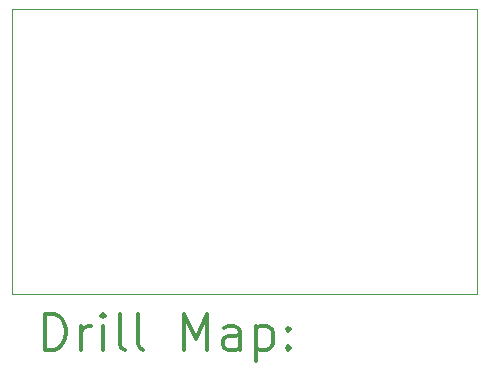
<source format=gbr>
%FSLAX45Y45*%
G04 Gerber Fmt 4.5, Leading zero omitted, Abs format (unit mm)*
G04 Created by KiCad (PCBNEW 5.1.10) date 2022-01-19 09:48:25*
%MOMM*%
%LPD*%
G01*
G04 APERTURE LIST*
%TA.AperFunction,Profile*%
%ADD10C,0.050000*%
%TD*%
%ADD11C,0.200000*%
%ADD12C,0.300000*%
G04 APERTURE END LIST*
D10*
X5969000Y-2794000D02*
X9906000Y-2794000D01*
X5969000Y-5207000D02*
X5969000Y-2794000D01*
X9906000Y-5207000D02*
X5969000Y-5207000D01*
X9906000Y-2794000D02*
X9906000Y-5207000D01*
D11*
D12*
X6252928Y-5675214D02*
X6252928Y-5375214D01*
X6324357Y-5375214D01*
X6367214Y-5389500D01*
X6395786Y-5418072D01*
X6410071Y-5446643D01*
X6424357Y-5503786D01*
X6424357Y-5546643D01*
X6410071Y-5603786D01*
X6395786Y-5632357D01*
X6367214Y-5660929D01*
X6324357Y-5675214D01*
X6252928Y-5675214D01*
X6552928Y-5675214D02*
X6552928Y-5475214D01*
X6552928Y-5532357D02*
X6567214Y-5503786D01*
X6581500Y-5489500D01*
X6610071Y-5475214D01*
X6638643Y-5475214D01*
X6738643Y-5675214D02*
X6738643Y-5475214D01*
X6738643Y-5375214D02*
X6724357Y-5389500D01*
X6738643Y-5403786D01*
X6752928Y-5389500D01*
X6738643Y-5375214D01*
X6738643Y-5403786D01*
X6924357Y-5675214D02*
X6895786Y-5660929D01*
X6881500Y-5632357D01*
X6881500Y-5375214D01*
X7081500Y-5675214D02*
X7052928Y-5660929D01*
X7038643Y-5632357D01*
X7038643Y-5375214D01*
X7424357Y-5675214D02*
X7424357Y-5375214D01*
X7524357Y-5589500D01*
X7624357Y-5375214D01*
X7624357Y-5675214D01*
X7895786Y-5675214D02*
X7895786Y-5518072D01*
X7881500Y-5489500D01*
X7852928Y-5475214D01*
X7795786Y-5475214D01*
X7767214Y-5489500D01*
X7895786Y-5660929D02*
X7867214Y-5675214D01*
X7795786Y-5675214D01*
X7767214Y-5660929D01*
X7752928Y-5632357D01*
X7752928Y-5603786D01*
X7767214Y-5575214D01*
X7795786Y-5560929D01*
X7867214Y-5560929D01*
X7895786Y-5546643D01*
X8038643Y-5475214D02*
X8038643Y-5775214D01*
X8038643Y-5489500D02*
X8067214Y-5475214D01*
X8124357Y-5475214D01*
X8152928Y-5489500D01*
X8167214Y-5503786D01*
X8181500Y-5532357D01*
X8181500Y-5618071D01*
X8167214Y-5646643D01*
X8152928Y-5660929D01*
X8124357Y-5675214D01*
X8067214Y-5675214D01*
X8038643Y-5660929D01*
X8310071Y-5646643D02*
X8324357Y-5660929D01*
X8310071Y-5675214D01*
X8295786Y-5660929D01*
X8310071Y-5646643D01*
X8310071Y-5675214D01*
X8310071Y-5489500D02*
X8324357Y-5503786D01*
X8310071Y-5518072D01*
X8295786Y-5503786D01*
X8310071Y-5489500D01*
X8310071Y-5518072D01*
M02*

</source>
